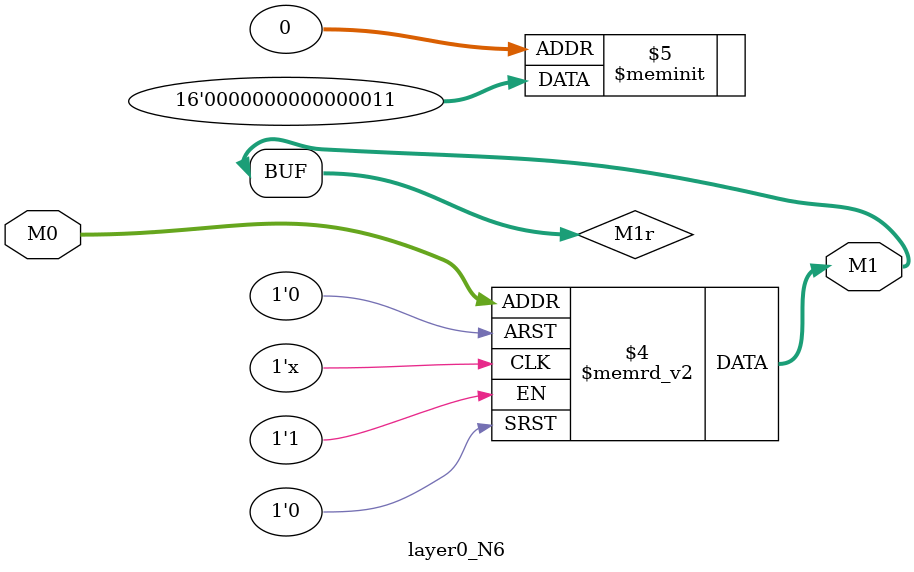
<source format=v>
module layer0_N6 ( input [2:0] M0, output [1:0] M1 );

	(*rom_style = "distributed" *) reg [1:0] M1r;
	assign M1 = M1r;
	always @ (M0) begin
		case (M0)
			3'b000: M1r = 2'b11;
			3'b100: M1r = 2'b00;
			3'b010: M1r = 2'b00;
			3'b110: M1r = 2'b00;
			3'b001: M1r = 2'b00;
			3'b101: M1r = 2'b00;
			3'b011: M1r = 2'b00;
			3'b111: M1r = 2'b00;

		endcase
	end
endmodule

</source>
